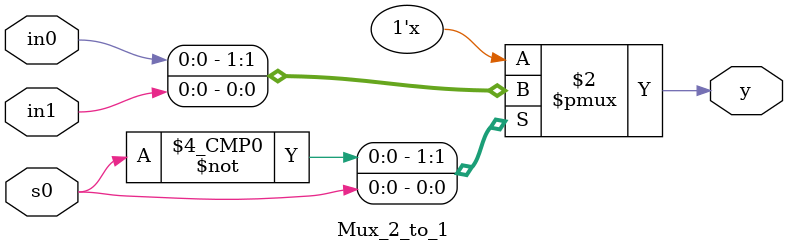
<source format=v>
/*
Instructions
-------------------
Students are not allowed to make any changes in the Module declaration.
This file is used to design 2:1 Multiplexer.

Recommended Quartus Version : 19.1
The submitted project file must be 19.1 compatible as the evaluation will be done on Quartus Prime Lite 19.1.

Warning: The error due to compatibility will not be entertained.
			Do not make any changes to Test_Bench_Vector.txt file. Violating will result into Disqualification.
-------------------
*/

//2:1 MUX design
//Inputs	: i1(MSB), io(LSB) & select line(s0)
//Output	: y

//////////////////DO NOT MAKE ANY CHANGES IN MODULE//////////////////
module Mux_2_to_1(
	input		in1,       //INPUT i1 (MSB)
	input		in0,		 //INPUT i0
	input		s0,		 //SELECT INPUT s0(LSB)
	output reg	y		 //OUTPUT y
);


////////////////////////WRITE YOUR CODE FROM HERE//////////////////// 
	always @ (in1,in0,s0) begin
		case(s0)
			1'b0 : y <= in0;
			1'b1 : y <= in1;
		endcase
	end
	

////////////////////////YOUR CODE ENDS HERE//////////////////////////
endmodule
///////////////////////////////MODULE ENDS///////////////////////////
</source>
